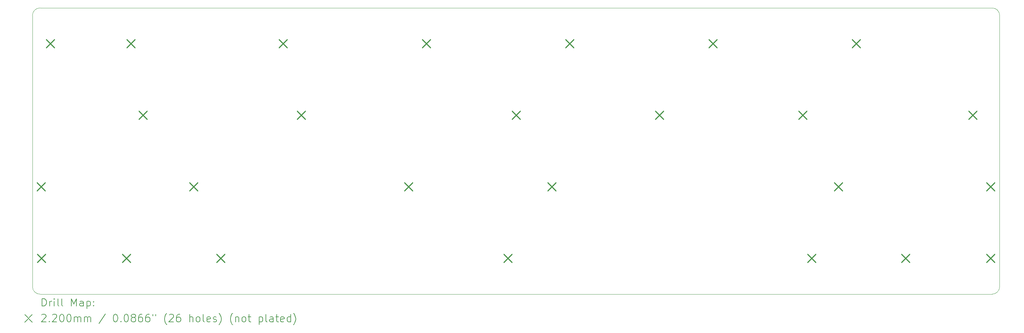
<source format=gbr>
%TF.GenerationSoftware,KiCad,Pcbnew,7.0.8-7.0.8~ubuntu23.04.1*%
%TF.CreationDate,Date%
%TF.ProjectId,plate,706c6174-652e-46b6-9963-61645f706362,rev?*%
%TF.SameCoordinates,Original*%
%TF.FileFunction,Drillmap*%
%TF.FilePolarity,Positive*%
%FSLAX45Y45*%
G04 Gerber Fmt 4.5, Leading zero omitted, Abs format (unit mm)*
G04 Created by KiCad*
%MOMM*%
%LPD*%
G01*
G04 APERTURE LIST*
%ADD10C,0.100000*%
%ADD11C,0.200000*%
%ADD12C,0.220000*%
G04 APERTURE END LIST*
D10*
X2136375Y-5359750D02*
G75*
G03*
X1936375Y-5559750I0J-200000D01*
G01*
X1936375Y-12779750D02*
X1936375Y-5559750D01*
X27653875Y-5559750D02*
X27653875Y-12779750D01*
X27453875Y-12979745D02*
G75*
G03*
X27653875Y-12779750I5J199995D01*
G01*
X1936375Y-12779750D02*
G75*
G03*
X2136375Y-12979750I200000J0D01*
G01*
X27453875Y-5359750D02*
X2136375Y-5359750D01*
X2136375Y-12979750D02*
X27453875Y-12979750D01*
X27653880Y-5559750D02*
G75*
G03*
X27453875Y-5359750I-200000J0D01*
G01*
D11*
D12*
X2057000Y-10012250D02*
X2277000Y-10232250D01*
X2277000Y-10012250D02*
X2057000Y-10232250D01*
X2064500Y-11917250D02*
X2284500Y-12137250D01*
X2284500Y-11917250D02*
X2064500Y-12137250D01*
X2302625Y-6202250D02*
X2522625Y-6422250D01*
X2522625Y-6202250D02*
X2302625Y-6422250D01*
X4326688Y-11917250D02*
X4546688Y-12137250D01*
X4546688Y-11917250D02*
X4326688Y-12137250D01*
X4445750Y-6202250D02*
X4665750Y-6422250D01*
X4665750Y-6202250D02*
X4445750Y-6422250D01*
X4764500Y-8107250D02*
X4984500Y-8327250D01*
X4984500Y-8107250D02*
X4764500Y-8327250D01*
X6112625Y-10012250D02*
X6332625Y-10232250D01*
X6332625Y-10012250D02*
X6112625Y-10232250D01*
X6827000Y-11917250D02*
X7047000Y-12137250D01*
X7047000Y-11917250D02*
X6827000Y-12137250D01*
X8493875Y-6202250D02*
X8713875Y-6422250D01*
X8713875Y-6202250D02*
X8493875Y-6422250D01*
X8970125Y-8107250D02*
X9190125Y-8327250D01*
X9190125Y-8107250D02*
X8970125Y-8327250D01*
X11827625Y-10012250D02*
X12047625Y-10232250D01*
X12047625Y-10012250D02*
X11827625Y-10232250D01*
X12303875Y-6202250D02*
X12523875Y-6422250D01*
X12523875Y-6202250D02*
X12303875Y-6422250D01*
X14465862Y-11917215D02*
X14685862Y-12137215D01*
X14685862Y-11917215D02*
X14465862Y-12137215D01*
X14687625Y-8107250D02*
X14907625Y-8327250D01*
X14907625Y-8107250D02*
X14687625Y-8327250D01*
X15637625Y-10012250D02*
X15857625Y-10232250D01*
X15857625Y-10012250D02*
X15637625Y-10232250D01*
X16113875Y-6202250D02*
X16333875Y-6422250D01*
X16333875Y-6202250D02*
X16113875Y-6422250D01*
X18495125Y-8107250D02*
X18715125Y-8327250D01*
X18715125Y-8107250D02*
X18495125Y-8327250D01*
X19923875Y-6202250D02*
X20143875Y-6422250D01*
X20143875Y-6202250D02*
X19923875Y-6422250D01*
X22305125Y-8107250D02*
X22525125Y-8327250D01*
X22525125Y-8107250D02*
X22305125Y-8327250D01*
X22543170Y-11917250D02*
X22763170Y-12137250D01*
X22763170Y-11917250D02*
X22543170Y-12137250D01*
X23257625Y-10012250D02*
X23477625Y-10232250D01*
X23477625Y-10012250D02*
X23257625Y-10232250D01*
X23733875Y-6202250D02*
X23953875Y-6422250D01*
X23953875Y-6202250D02*
X23733875Y-6422250D01*
X25043562Y-11917250D02*
X25263562Y-12137250D01*
X25263562Y-11917250D02*
X25043562Y-12137250D01*
X26829500Y-8107250D02*
X27049500Y-8327250D01*
X27049500Y-8107250D02*
X26829500Y-8327250D01*
X27305750Y-10012250D02*
X27525750Y-10232250D01*
X27525750Y-10012250D02*
X27305750Y-10232250D01*
X27305750Y-11917250D02*
X27525750Y-12137250D01*
X27525750Y-11917250D02*
X27305750Y-12137250D01*
D11*
X2192152Y-13296234D02*
X2192152Y-13096234D01*
X2192152Y-13096234D02*
X2239771Y-13096234D01*
X2239771Y-13096234D02*
X2268342Y-13105758D01*
X2268342Y-13105758D02*
X2287390Y-13124805D01*
X2287390Y-13124805D02*
X2296914Y-13143853D01*
X2296914Y-13143853D02*
X2306438Y-13181948D01*
X2306438Y-13181948D02*
X2306438Y-13210519D01*
X2306438Y-13210519D02*
X2296914Y-13248615D01*
X2296914Y-13248615D02*
X2287390Y-13267662D01*
X2287390Y-13267662D02*
X2268342Y-13286710D01*
X2268342Y-13286710D02*
X2239771Y-13296234D01*
X2239771Y-13296234D02*
X2192152Y-13296234D01*
X2392152Y-13296234D02*
X2392152Y-13162900D01*
X2392152Y-13200996D02*
X2401676Y-13181948D01*
X2401676Y-13181948D02*
X2411199Y-13172424D01*
X2411199Y-13172424D02*
X2430247Y-13162900D01*
X2430247Y-13162900D02*
X2449295Y-13162900D01*
X2515961Y-13296234D02*
X2515961Y-13162900D01*
X2515961Y-13096234D02*
X2506438Y-13105758D01*
X2506438Y-13105758D02*
X2515961Y-13115281D01*
X2515961Y-13115281D02*
X2525485Y-13105758D01*
X2525485Y-13105758D02*
X2515961Y-13096234D01*
X2515961Y-13096234D02*
X2515961Y-13115281D01*
X2639771Y-13296234D02*
X2620723Y-13286710D01*
X2620723Y-13286710D02*
X2611199Y-13267662D01*
X2611199Y-13267662D02*
X2611199Y-13096234D01*
X2744533Y-13296234D02*
X2725485Y-13286710D01*
X2725485Y-13286710D02*
X2715961Y-13267662D01*
X2715961Y-13267662D02*
X2715961Y-13096234D01*
X2973104Y-13296234D02*
X2973104Y-13096234D01*
X2973104Y-13096234D02*
X3039771Y-13239091D01*
X3039771Y-13239091D02*
X3106437Y-13096234D01*
X3106437Y-13096234D02*
X3106437Y-13296234D01*
X3287390Y-13296234D02*
X3287390Y-13191472D01*
X3287390Y-13191472D02*
X3277866Y-13172424D01*
X3277866Y-13172424D02*
X3258818Y-13162900D01*
X3258818Y-13162900D02*
X3220723Y-13162900D01*
X3220723Y-13162900D02*
X3201676Y-13172424D01*
X3287390Y-13286710D02*
X3268342Y-13296234D01*
X3268342Y-13296234D02*
X3220723Y-13296234D01*
X3220723Y-13296234D02*
X3201676Y-13286710D01*
X3201676Y-13286710D02*
X3192152Y-13267662D01*
X3192152Y-13267662D02*
X3192152Y-13248615D01*
X3192152Y-13248615D02*
X3201676Y-13229567D01*
X3201676Y-13229567D02*
X3220723Y-13220043D01*
X3220723Y-13220043D02*
X3268342Y-13220043D01*
X3268342Y-13220043D02*
X3287390Y-13210519D01*
X3382628Y-13162900D02*
X3382628Y-13362900D01*
X3382628Y-13172424D02*
X3401676Y-13162900D01*
X3401676Y-13162900D02*
X3439771Y-13162900D01*
X3439771Y-13162900D02*
X3458818Y-13172424D01*
X3458818Y-13172424D02*
X3468342Y-13181948D01*
X3468342Y-13181948D02*
X3477866Y-13200996D01*
X3477866Y-13200996D02*
X3477866Y-13258138D01*
X3477866Y-13258138D02*
X3468342Y-13277186D01*
X3468342Y-13277186D02*
X3458818Y-13286710D01*
X3458818Y-13286710D02*
X3439771Y-13296234D01*
X3439771Y-13296234D02*
X3401676Y-13296234D01*
X3401676Y-13296234D02*
X3382628Y-13286710D01*
X3563580Y-13277186D02*
X3573104Y-13286710D01*
X3573104Y-13286710D02*
X3563580Y-13296234D01*
X3563580Y-13296234D02*
X3554057Y-13286710D01*
X3554057Y-13286710D02*
X3563580Y-13277186D01*
X3563580Y-13277186D02*
X3563580Y-13296234D01*
X3563580Y-13172424D02*
X3573104Y-13181948D01*
X3573104Y-13181948D02*
X3563580Y-13191472D01*
X3563580Y-13191472D02*
X3554057Y-13181948D01*
X3554057Y-13181948D02*
X3563580Y-13172424D01*
X3563580Y-13172424D02*
X3563580Y-13191472D01*
X1731375Y-13524750D02*
X1931375Y-13724750D01*
X1931375Y-13524750D02*
X1731375Y-13724750D01*
X2182628Y-13535281D02*
X2192152Y-13525758D01*
X2192152Y-13525758D02*
X2211199Y-13516234D01*
X2211199Y-13516234D02*
X2258819Y-13516234D01*
X2258819Y-13516234D02*
X2277866Y-13525758D01*
X2277866Y-13525758D02*
X2287390Y-13535281D01*
X2287390Y-13535281D02*
X2296914Y-13554329D01*
X2296914Y-13554329D02*
X2296914Y-13573377D01*
X2296914Y-13573377D02*
X2287390Y-13601948D01*
X2287390Y-13601948D02*
X2173104Y-13716234D01*
X2173104Y-13716234D02*
X2296914Y-13716234D01*
X2382628Y-13697186D02*
X2392152Y-13706710D01*
X2392152Y-13706710D02*
X2382628Y-13716234D01*
X2382628Y-13716234D02*
X2373104Y-13706710D01*
X2373104Y-13706710D02*
X2382628Y-13697186D01*
X2382628Y-13697186D02*
X2382628Y-13716234D01*
X2468342Y-13535281D02*
X2477866Y-13525758D01*
X2477866Y-13525758D02*
X2496914Y-13516234D01*
X2496914Y-13516234D02*
X2544533Y-13516234D01*
X2544533Y-13516234D02*
X2563580Y-13525758D01*
X2563580Y-13525758D02*
X2573104Y-13535281D01*
X2573104Y-13535281D02*
X2582628Y-13554329D01*
X2582628Y-13554329D02*
X2582628Y-13573377D01*
X2582628Y-13573377D02*
X2573104Y-13601948D01*
X2573104Y-13601948D02*
X2458819Y-13716234D01*
X2458819Y-13716234D02*
X2582628Y-13716234D01*
X2706438Y-13516234D02*
X2725485Y-13516234D01*
X2725485Y-13516234D02*
X2744533Y-13525758D01*
X2744533Y-13525758D02*
X2754057Y-13535281D01*
X2754057Y-13535281D02*
X2763580Y-13554329D01*
X2763580Y-13554329D02*
X2773104Y-13592424D01*
X2773104Y-13592424D02*
X2773104Y-13640043D01*
X2773104Y-13640043D02*
X2763580Y-13678138D01*
X2763580Y-13678138D02*
X2754057Y-13697186D01*
X2754057Y-13697186D02*
X2744533Y-13706710D01*
X2744533Y-13706710D02*
X2725485Y-13716234D01*
X2725485Y-13716234D02*
X2706438Y-13716234D01*
X2706438Y-13716234D02*
X2687390Y-13706710D01*
X2687390Y-13706710D02*
X2677866Y-13697186D01*
X2677866Y-13697186D02*
X2668342Y-13678138D01*
X2668342Y-13678138D02*
X2658819Y-13640043D01*
X2658819Y-13640043D02*
X2658819Y-13592424D01*
X2658819Y-13592424D02*
X2668342Y-13554329D01*
X2668342Y-13554329D02*
X2677866Y-13535281D01*
X2677866Y-13535281D02*
X2687390Y-13525758D01*
X2687390Y-13525758D02*
X2706438Y-13516234D01*
X2896914Y-13516234D02*
X2915961Y-13516234D01*
X2915961Y-13516234D02*
X2935009Y-13525758D01*
X2935009Y-13525758D02*
X2944533Y-13535281D01*
X2944533Y-13535281D02*
X2954057Y-13554329D01*
X2954057Y-13554329D02*
X2963580Y-13592424D01*
X2963580Y-13592424D02*
X2963580Y-13640043D01*
X2963580Y-13640043D02*
X2954057Y-13678138D01*
X2954057Y-13678138D02*
X2944533Y-13697186D01*
X2944533Y-13697186D02*
X2935009Y-13706710D01*
X2935009Y-13706710D02*
X2915961Y-13716234D01*
X2915961Y-13716234D02*
X2896914Y-13716234D01*
X2896914Y-13716234D02*
X2877866Y-13706710D01*
X2877866Y-13706710D02*
X2868342Y-13697186D01*
X2868342Y-13697186D02*
X2858818Y-13678138D01*
X2858818Y-13678138D02*
X2849295Y-13640043D01*
X2849295Y-13640043D02*
X2849295Y-13592424D01*
X2849295Y-13592424D02*
X2858818Y-13554329D01*
X2858818Y-13554329D02*
X2868342Y-13535281D01*
X2868342Y-13535281D02*
X2877866Y-13525758D01*
X2877866Y-13525758D02*
X2896914Y-13516234D01*
X3049295Y-13716234D02*
X3049295Y-13582900D01*
X3049295Y-13601948D02*
X3058818Y-13592424D01*
X3058818Y-13592424D02*
X3077866Y-13582900D01*
X3077866Y-13582900D02*
X3106438Y-13582900D01*
X3106438Y-13582900D02*
X3125485Y-13592424D01*
X3125485Y-13592424D02*
X3135009Y-13611472D01*
X3135009Y-13611472D02*
X3135009Y-13716234D01*
X3135009Y-13611472D02*
X3144533Y-13592424D01*
X3144533Y-13592424D02*
X3163580Y-13582900D01*
X3163580Y-13582900D02*
X3192152Y-13582900D01*
X3192152Y-13582900D02*
X3211199Y-13592424D01*
X3211199Y-13592424D02*
X3220723Y-13611472D01*
X3220723Y-13611472D02*
X3220723Y-13716234D01*
X3315961Y-13716234D02*
X3315961Y-13582900D01*
X3315961Y-13601948D02*
X3325485Y-13592424D01*
X3325485Y-13592424D02*
X3344533Y-13582900D01*
X3344533Y-13582900D02*
X3373104Y-13582900D01*
X3373104Y-13582900D02*
X3392152Y-13592424D01*
X3392152Y-13592424D02*
X3401676Y-13611472D01*
X3401676Y-13611472D02*
X3401676Y-13716234D01*
X3401676Y-13611472D02*
X3411199Y-13592424D01*
X3411199Y-13592424D02*
X3430247Y-13582900D01*
X3430247Y-13582900D02*
X3458818Y-13582900D01*
X3458818Y-13582900D02*
X3477866Y-13592424D01*
X3477866Y-13592424D02*
X3487390Y-13611472D01*
X3487390Y-13611472D02*
X3487390Y-13716234D01*
X3877866Y-13506710D02*
X3706438Y-13763853D01*
X4135009Y-13516234D02*
X4154057Y-13516234D01*
X4154057Y-13516234D02*
X4173104Y-13525758D01*
X4173104Y-13525758D02*
X4182628Y-13535281D01*
X4182628Y-13535281D02*
X4192152Y-13554329D01*
X4192152Y-13554329D02*
X4201676Y-13592424D01*
X4201676Y-13592424D02*
X4201676Y-13640043D01*
X4201676Y-13640043D02*
X4192152Y-13678138D01*
X4192152Y-13678138D02*
X4182628Y-13697186D01*
X4182628Y-13697186D02*
X4173104Y-13706710D01*
X4173104Y-13706710D02*
X4154057Y-13716234D01*
X4154057Y-13716234D02*
X4135009Y-13716234D01*
X4135009Y-13716234D02*
X4115961Y-13706710D01*
X4115961Y-13706710D02*
X4106438Y-13697186D01*
X4106438Y-13697186D02*
X4096914Y-13678138D01*
X4096914Y-13678138D02*
X4087390Y-13640043D01*
X4087390Y-13640043D02*
X4087390Y-13592424D01*
X4087390Y-13592424D02*
X4096914Y-13554329D01*
X4096914Y-13554329D02*
X4106438Y-13535281D01*
X4106438Y-13535281D02*
X4115961Y-13525758D01*
X4115961Y-13525758D02*
X4135009Y-13516234D01*
X4287390Y-13697186D02*
X4296914Y-13706710D01*
X4296914Y-13706710D02*
X4287390Y-13716234D01*
X4287390Y-13716234D02*
X4277866Y-13706710D01*
X4277866Y-13706710D02*
X4287390Y-13697186D01*
X4287390Y-13697186D02*
X4287390Y-13716234D01*
X4420723Y-13516234D02*
X4439771Y-13516234D01*
X4439771Y-13516234D02*
X4458819Y-13525758D01*
X4458819Y-13525758D02*
X4468343Y-13535281D01*
X4468343Y-13535281D02*
X4477866Y-13554329D01*
X4477866Y-13554329D02*
X4487390Y-13592424D01*
X4487390Y-13592424D02*
X4487390Y-13640043D01*
X4487390Y-13640043D02*
X4477866Y-13678138D01*
X4477866Y-13678138D02*
X4468343Y-13697186D01*
X4468343Y-13697186D02*
X4458819Y-13706710D01*
X4458819Y-13706710D02*
X4439771Y-13716234D01*
X4439771Y-13716234D02*
X4420723Y-13716234D01*
X4420723Y-13716234D02*
X4401676Y-13706710D01*
X4401676Y-13706710D02*
X4392152Y-13697186D01*
X4392152Y-13697186D02*
X4382628Y-13678138D01*
X4382628Y-13678138D02*
X4373104Y-13640043D01*
X4373104Y-13640043D02*
X4373104Y-13592424D01*
X4373104Y-13592424D02*
X4382628Y-13554329D01*
X4382628Y-13554329D02*
X4392152Y-13535281D01*
X4392152Y-13535281D02*
X4401676Y-13525758D01*
X4401676Y-13525758D02*
X4420723Y-13516234D01*
X4601676Y-13601948D02*
X4582628Y-13592424D01*
X4582628Y-13592424D02*
X4573104Y-13582900D01*
X4573104Y-13582900D02*
X4563581Y-13563853D01*
X4563581Y-13563853D02*
X4563581Y-13554329D01*
X4563581Y-13554329D02*
X4573104Y-13535281D01*
X4573104Y-13535281D02*
X4582628Y-13525758D01*
X4582628Y-13525758D02*
X4601676Y-13516234D01*
X4601676Y-13516234D02*
X4639771Y-13516234D01*
X4639771Y-13516234D02*
X4658819Y-13525758D01*
X4658819Y-13525758D02*
X4668343Y-13535281D01*
X4668343Y-13535281D02*
X4677866Y-13554329D01*
X4677866Y-13554329D02*
X4677866Y-13563853D01*
X4677866Y-13563853D02*
X4668343Y-13582900D01*
X4668343Y-13582900D02*
X4658819Y-13592424D01*
X4658819Y-13592424D02*
X4639771Y-13601948D01*
X4639771Y-13601948D02*
X4601676Y-13601948D01*
X4601676Y-13601948D02*
X4582628Y-13611472D01*
X4582628Y-13611472D02*
X4573104Y-13620996D01*
X4573104Y-13620996D02*
X4563581Y-13640043D01*
X4563581Y-13640043D02*
X4563581Y-13678138D01*
X4563581Y-13678138D02*
X4573104Y-13697186D01*
X4573104Y-13697186D02*
X4582628Y-13706710D01*
X4582628Y-13706710D02*
X4601676Y-13716234D01*
X4601676Y-13716234D02*
X4639771Y-13716234D01*
X4639771Y-13716234D02*
X4658819Y-13706710D01*
X4658819Y-13706710D02*
X4668343Y-13697186D01*
X4668343Y-13697186D02*
X4677866Y-13678138D01*
X4677866Y-13678138D02*
X4677866Y-13640043D01*
X4677866Y-13640043D02*
X4668343Y-13620996D01*
X4668343Y-13620996D02*
X4658819Y-13611472D01*
X4658819Y-13611472D02*
X4639771Y-13601948D01*
X4849295Y-13516234D02*
X4811200Y-13516234D01*
X4811200Y-13516234D02*
X4792152Y-13525758D01*
X4792152Y-13525758D02*
X4782628Y-13535281D01*
X4782628Y-13535281D02*
X4763581Y-13563853D01*
X4763581Y-13563853D02*
X4754057Y-13601948D01*
X4754057Y-13601948D02*
X4754057Y-13678138D01*
X4754057Y-13678138D02*
X4763581Y-13697186D01*
X4763581Y-13697186D02*
X4773104Y-13706710D01*
X4773104Y-13706710D02*
X4792152Y-13716234D01*
X4792152Y-13716234D02*
X4830247Y-13716234D01*
X4830247Y-13716234D02*
X4849295Y-13706710D01*
X4849295Y-13706710D02*
X4858819Y-13697186D01*
X4858819Y-13697186D02*
X4868343Y-13678138D01*
X4868343Y-13678138D02*
X4868343Y-13630519D01*
X4868343Y-13630519D02*
X4858819Y-13611472D01*
X4858819Y-13611472D02*
X4849295Y-13601948D01*
X4849295Y-13601948D02*
X4830247Y-13592424D01*
X4830247Y-13592424D02*
X4792152Y-13592424D01*
X4792152Y-13592424D02*
X4773104Y-13601948D01*
X4773104Y-13601948D02*
X4763581Y-13611472D01*
X4763581Y-13611472D02*
X4754057Y-13630519D01*
X5039771Y-13516234D02*
X5001676Y-13516234D01*
X5001676Y-13516234D02*
X4982628Y-13525758D01*
X4982628Y-13525758D02*
X4973104Y-13535281D01*
X4973104Y-13535281D02*
X4954057Y-13563853D01*
X4954057Y-13563853D02*
X4944533Y-13601948D01*
X4944533Y-13601948D02*
X4944533Y-13678138D01*
X4944533Y-13678138D02*
X4954057Y-13697186D01*
X4954057Y-13697186D02*
X4963581Y-13706710D01*
X4963581Y-13706710D02*
X4982628Y-13716234D01*
X4982628Y-13716234D02*
X5020724Y-13716234D01*
X5020724Y-13716234D02*
X5039771Y-13706710D01*
X5039771Y-13706710D02*
X5049295Y-13697186D01*
X5049295Y-13697186D02*
X5058819Y-13678138D01*
X5058819Y-13678138D02*
X5058819Y-13630519D01*
X5058819Y-13630519D02*
X5049295Y-13611472D01*
X5049295Y-13611472D02*
X5039771Y-13601948D01*
X5039771Y-13601948D02*
X5020724Y-13592424D01*
X5020724Y-13592424D02*
X4982628Y-13592424D01*
X4982628Y-13592424D02*
X4963581Y-13601948D01*
X4963581Y-13601948D02*
X4954057Y-13611472D01*
X4954057Y-13611472D02*
X4944533Y-13630519D01*
X5135009Y-13516234D02*
X5135009Y-13554329D01*
X5211200Y-13516234D02*
X5211200Y-13554329D01*
X5506438Y-13792424D02*
X5496914Y-13782900D01*
X5496914Y-13782900D02*
X5477866Y-13754329D01*
X5477866Y-13754329D02*
X5468343Y-13735281D01*
X5468343Y-13735281D02*
X5458819Y-13706710D01*
X5458819Y-13706710D02*
X5449295Y-13659091D01*
X5449295Y-13659091D02*
X5449295Y-13620996D01*
X5449295Y-13620996D02*
X5458819Y-13573377D01*
X5458819Y-13573377D02*
X5468343Y-13544805D01*
X5468343Y-13544805D02*
X5477866Y-13525758D01*
X5477866Y-13525758D02*
X5496914Y-13497186D01*
X5496914Y-13497186D02*
X5506438Y-13487662D01*
X5573105Y-13535281D02*
X5582628Y-13525758D01*
X5582628Y-13525758D02*
X5601676Y-13516234D01*
X5601676Y-13516234D02*
X5649295Y-13516234D01*
X5649295Y-13516234D02*
X5668343Y-13525758D01*
X5668343Y-13525758D02*
X5677866Y-13535281D01*
X5677866Y-13535281D02*
X5687390Y-13554329D01*
X5687390Y-13554329D02*
X5687390Y-13573377D01*
X5687390Y-13573377D02*
X5677866Y-13601948D01*
X5677866Y-13601948D02*
X5563581Y-13716234D01*
X5563581Y-13716234D02*
X5687390Y-13716234D01*
X5858819Y-13516234D02*
X5820723Y-13516234D01*
X5820723Y-13516234D02*
X5801676Y-13525758D01*
X5801676Y-13525758D02*
X5792152Y-13535281D01*
X5792152Y-13535281D02*
X5773104Y-13563853D01*
X5773104Y-13563853D02*
X5763581Y-13601948D01*
X5763581Y-13601948D02*
X5763581Y-13678138D01*
X5763581Y-13678138D02*
X5773104Y-13697186D01*
X5773104Y-13697186D02*
X5782628Y-13706710D01*
X5782628Y-13706710D02*
X5801676Y-13716234D01*
X5801676Y-13716234D02*
X5839771Y-13716234D01*
X5839771Y-13716234D02*
X5858819Y-13706710D01*
X5858819Y-13706710D02*
X5868343Y-13697186D01*
X5868343Y-13697186D02*
X5877866Y-13678138D01*
X5877866Y-13678138D02*
X5877866Y-13630519D01*
X5877866Y-13630519D02*
X5868343Y-13611472D01*
X5868343Y-13611472D02*
X5858819Y-13601948D01*
X5858819Y-13601948D02*
X5839771Y-13592424D01*
X5839771Y-13592424D02*
X5801676Y-13592424D01*
X5801676Y-13592424D02*
X5782628Y-13601948D01*
X5782628Y-13601948D02*
X5773104Y-13611472D01*
X5773104Y-13611472D02*
X5763581Y-13630519D01*
X6115962Y-13716234D02*
X6115962Y-13516234D01*
X6201676Y-13716234D02*
X6201676Y-13611472D01*
X6201676Y-13611472D02*
X6192152Y-13592424D01*
X6192152Y-13592424D02*
X6173105Y-13582900D01*
X6173105Y-13582900D02*
X6144533Y-13582900D01*
X6144533Y-13582900D02*
X6125485Y-13592424D01*
X6125485Y-13592424D02*
X6115962Y-13601948D01*
X6325485Y-13716234D02*
X6306438Y-13706710D01*
X6306438Y-13706710D02*
X6296914Y-13697186D01*
X6296914Y-13697186D02*
X6287390Y-13678138D01*
X6287390Y-13678138D02*
X6287390Y-13620996D01*
X6287390Y-13620996D02*
X6296914Y-13601948D01*
X6296914Y-13601948D02*
X6306438Y-13592424D01*
X6306438Y-13592424D02*
X6325485Y-13582900D01*
X6325485Y-13582900D02*
X6354057Y-13582900D01*
X6354057Y-13582900D02*
X6373105Y-13592424D01*
X6373105Y-13592424D02*
X6382628Y-13601948D01*
X6382628Y-13601948D02*
X6392152Y-13620996D01*
X6392152Y-13620996D02*
X6392152Y-13678138D01*
X6392152Y-13678138D02*
X6382628Y-13697186D01*
X6382628Y-13697186D02*
X6373105Y-13706710D01*
X6373105Y-13706710D02*
X6354057Y-13716234D01*
X6354057Y-13716234D02*
X6325485Y-13716234D01*
X6506438Y-13716234D02*
X6487390Y-13706710D01*
X6487390Y-13706710D02*
X6477866Y-13687662D01*
X6477866Y-13687662D02*
X6477866Y-13516234D01*
X6658819Y-13706710D02*
X6639771Y-13716234D01*
X6639771Y-13716234D02*
X6601676Y-13716234D01*
X6601676Y-13716234D02*
X6582628Y-13706710D01*
X6582628Y-13706710D02*
X6573105Y-13687662D01*
X6573105Y-13687662D02*
X6573105Y-13611472D01*
X6573105Y-13611472D02*
X6582628Y-13592424D01*
X6582628Y-13592424D02*
X6601676Y-13582900D01*
X6601676Y-13582900D02*
X6639771Y-13582900D01*
X6639771Y-13582900D02*
X6658819Y-13592424D01*
X6658819Y-13592424D02*
X6668343Y-13611472D01*
X6668343Y-13611472D02*
X6668343Y-13630519D01*
X6668343Y-13630519D02*
X6573105Y-13649567D01*
X6744533Y-13706710D02*
X6763581Y-13716234D01*
X6763581Y-13716234D02*
X6801676Y-13716234D01*
X6801676Y-13716234D02*
X6820724Y-13706710D01*
X6820724Y-13706710D02*
X6830247Y-13687662D01*
X6830247Y-13687662D02*
X6830247Y-13678138D01*
X6830247Y-13678138D02*
X6820724Y-13659091D01*
X6820724Y-13659091D02*
X6801676Y-13649567D01*
X6801676Y-13649567D02*
X6773105Y-13649567D01*
X6773105Y-13649567D02*
X6754057Y-13640043D01*
X6754057Y-13640043D02*
X6744533Y-13620996D01*
X6744533Y-13620996D02*
X6744533Y-13611472D01*
X6744533Y-13611472D02*
X6754057Y-13592424D01*
X6754057Y-13592424D02*
X6773105Y-13582900D01*
X6773105Y-13582900D02*
X6801676Y-13582900D01*
X6801676Y-13582900D02*
X6820724Y-13592424D01*
X6896914Y-13792424D02*
X6906438Y-13782900D01*
X6906438Y-13782900D02*
X6925486Y-13754329D01*
X6925486Y-13754329D02*
X6935009Y-13735281D01*
X6935009Y-13735281D02*
X6944533Y-13706710D01*
X6944533Y-13706710D02*
X6954057Y-13659091D01*
X6954057Y-13659091D02*
X6954057Y-13620996D01*
X6954057Y-13620996D02*
X6944533Y-13573377D01*
X6944533Y-13573377D02*
X6935009Y-13544805D01*
X6935009Y-13544805D02*
X6925486Y-13525758D01*
X6925486Y-13525758D02*
X6906438Y-13497186D01*
X6906438Y-13497186D02*
X6896914Y-13487662D01*
X7258819Y-13792424D02*
X7249295Y-13782900D01*
X7249295Y-13782900D02*
X7230247Y-13754329D01*
X7230247Y-13754329D02*
X7220724Y-13735281D01*
X7220724Y-13735281D02*
X7211200Y-13706710D01*
X7211200Y-13706710D02*
X7201676Y-13659091D01*
X7201676Y-13659091D02*
X7201676Y-13620996D01*
X7201676Y-13620996D02*
X7211200Y-13573377D01*
X7211200Y-13573377D02*
X7220724Y-13544805D01*
X7220724Y-13544805D02*
X7230247Y-13525758D01*
X7230247Y-13525758D02*
X7249295Y-13497186D01*
X7249295Y-13497186D02*
X7258819Y-13487662D01*
X7335009Y-13582900D02*
X7335009Y-13716234D01*
X7335009Y-13601948D02*
X7344533Y-13592424D01*
X7344533Y-13592424D02*
X7363581Y-13582900D01*
X7363581Y-13582900D02*
X7392152Y-13582900D01*
X7392152Y-13582900D02*
X7411200Y-13592424D01*
X7411200Y-13592424D02*
X7420724Y-13611472D01*
X7420724Y-13611472D02*
X7420724Y-13716234D01*
X7544533Y-13716234D02*
X7525486Y-13706710D01*
X7525486Y-13706710D02*
X7515962Y-13697186D01*
X7515962Y-13697186D02*
X7506438Y-13678138D01*
X7506438Y-13678138D02*
X7506438Y-13620996D01*
X7506438Y-13620996D02*
X7515962Y-13601948D01*
X7515962Y-13601948D02*
X7525486Y-13592424D01*
X7525486Y-13592424D02*
X7544533Y-13582900D01*
X7544533Y-13582900D02*
X7573105Y-13582900D01*
X7573105Y-13582900D02*
X7592152Y-13592424D01*
X7592152Y-13592424D02*
X7601676Y-13601948D01*
X7601676Y-13601948D02*
X7611200Y-13620996D01*
X7611200Y-13620996D02*
X7611200Y-13678138D01*
X7611200Y-13678138D02*
X7601676Y-13697186D01*
X7601676Y-13697186D02*
X7592152Y-13706710D01*
X7592152Y-13706710D02*
X7573105Y-13716234D01*
X7573105Y-13716234D02*
X7544533Y-13716234D01*
X7668343Y-13582900D02*
X7744533Y-13582900D01*
X7696914Y-13516234D02*
X7696914Y-13687662D01*
X7696914Y-13687662D02*
X7706438Y-13706710D01*
X7706438Y-13706710D02*
X7725486Y-13716234D01*
X7725486Y-13716234D02*
X7744533Y-13716234D01*
X7963581Y-13582900D02*
X7963581Y-13782900D01*
X7963581Y-13592424D02*
X7982628Y-13582900D01*
X7982628Y-13582900D02*
X8020724Y-13582900D01*
X8020724Y-13582900D02*
X8039771Y-13592424D01*
X8039771Y-13592424D02*
X8049295Y-13601948D01*
X8049295Y-13601948D02*
X8058819Y-13620996D01*
X8058819Y-13620996D02*
X8058819Y-13678138D01*
X8058819Y-13678138D02*
X8049295Y-13697186D01*
X8049295Y-13697186D02*
X8039771Y-13706710D01*
X8039771Y-13706710D02*
X8020724Y-13716234D01*
X8020724Y-13716234D02*
X7982628Y-13716234D01*
X7982628Y-13716234D02*
X7963581Y-13706710D01*
X8173105Y-13716234D02*
X8154057Y-13706710D01*
X8154057Y-13706710D02*
X8144533Y-13687662D01*
X8144533Y-13687662D02*
X8144533Y-13516234D01*
X8335009Y-13716234D02*
X8335009Y-13611472D01*
X8335009Y-13611472D02*
X8325486Y-13592424D01*
X8325486Y-13592424D02*
X8306438Y-13582900D01*
X8306438Y-13582900D02*
X8268343Y-13582900D01*
X8268343Y-13582900D02*
X8249295Y-13592424D01*
X8335009Y-13706710D02*
X8315962Y-13716234D01*
X8315962Y-13716234D02*
X8268343Y-13716234D01*
X8268343Y-13716234D02*
X8249295Y-13706710D01*
X8249295Y-13706710D02*
X8239771Y-13687662D01*
X8239771Y-13687662D02*
X8239771Y-13668615D01*
X8239771Y-13668615D02*
X8249295Y-13649567D01*
X8249295Y-13649567D02*
X8268343Y-13640043D01*
X8268343Y-13640043D02*
X8315962Y-13640043D01*
X8315962Y-13640043D02*
X8335009Y-13630519D01*
X8401676Y-13582900D02*
X8477867Y-13582900D01*
X8430248Y-13516234D02*
X8430248Y-13687662D01*
X8430248Y-13687662D02*
X8439771Y-13706710D01*
X8439771Y-13706710D02*
X8458819Y-13716234D01*
X8458819Y-13716234D02*
X8477867Y-13716234D01*
X8620724Y-13706710D02*
X8601676Y-13716234D01*
X8601676Y-13716234D02*
X8563581Y-13716234D01*
X8563581Y-13716234D02*
X8544533Y-13706710D01*
X8544533Y-13706710D02*
X8535010Y-13687662D01*
X8535010Y-13687662D02*
X8535010Y-13611472D01*
X8535010Y-13611472D02*
X8544533Y-13592424D01*
X8544533Y-13592424D02*
X8563581Y-13582900D01*
X8563581Y-13582900D02*
X8601676Y-13582900D01*
X8601676Y-13582900D02*
X8620724Y-13592424D01*
X8620724Y-13592424D02*
X8630248Y-13611472D01*
X8630248Y-13611472D02*
X8630248Y-13630519D01*
X8630248Y-13630519D02*
X8535010Y-13649567D01*
X8801676Y-13716234D02*
X8801676Y-13516234D01*
X8801676Y-13706710D02*
X8782629Y-13716234D01*
X8782629Y-13716234D02*
X8744533Y-13716234D01*
X8744533Y-13716234D02*
X8725486Y-13706710D01*
X8725486Y-13706710D02*
X8715962Y-13697186D01*
X8715962Y-13697186D02*
X8706438Y-13678138D01*
X8706438Y-13678138D02*
X8706438Y-13620996D01*
X8706438Y-13620996D02*
X8715962Y-13601948D01*
X8715962Y-13601948D02*
X8725486Y-13592424D01*
X8725486Y-13592424D02*
X8744533Y-13582900D01*
X8744533Y-13582900D02*
X8782629Y-13582900D01*
X8782629Y-13582900D02*
X8801676Y-13592424D01*
X8877867Y-13792424D02*
X8887391Y-13782900D01*
X8887391Y-13782900D02*
X8906438Y-13754329D01*
X8906438Y-13754329D02*
X8915962Y-13735281D01*
X8915962Y-13735281D02*
X8925486Y-13706710D01*
X8925486Y-13706710D02*
X8935010Y-13659091D01*
X8935010Y-13659091D02*
X8935010Y-13620996D01*
X8935010Y-13620996D02*
X8925486Y-13573377D01*
X8925486Y-13573377D02*
X8915962Y-13544805D01*
X8915962Y-13544805D02*
X8906438Y-13525758D01*
X8906438Y-13525758D02*
X8887391Y-13497186D01*
X8887391Y-13497186D02*
X8877867Y-13487662D01*
M02*

</source>
